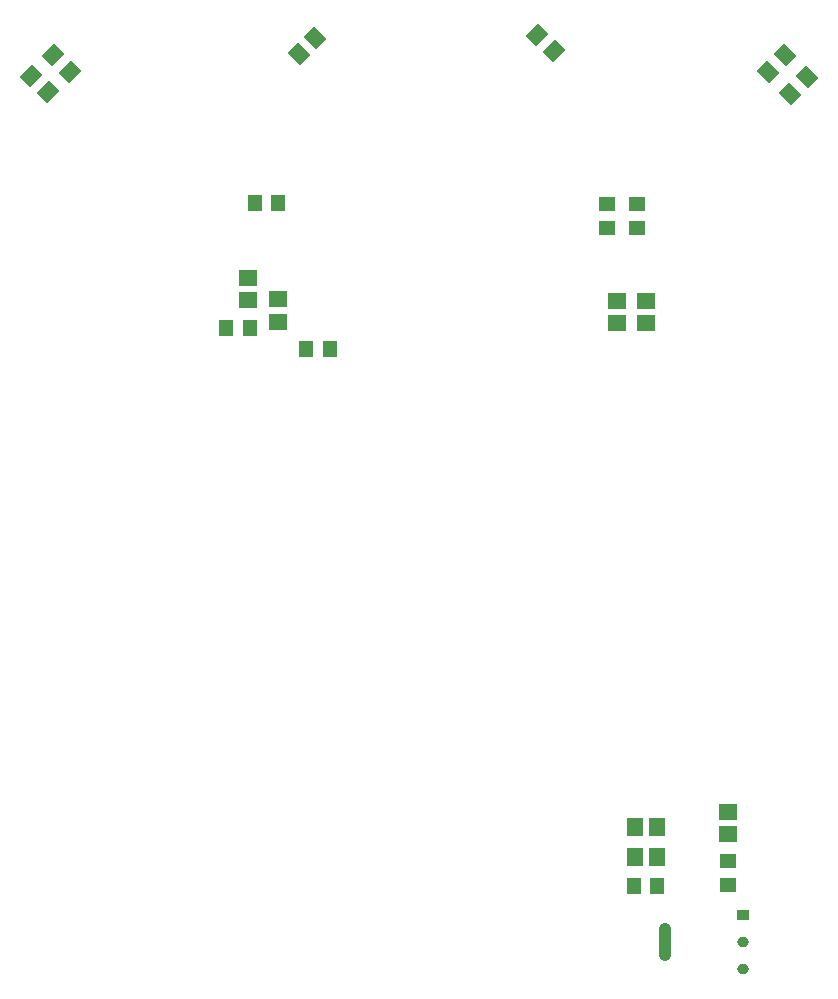
<source format=gbr>
G04*
G04 #@! TF.GenerationSoftware,Altium Limited,Altium Designer,26.2.0 (7)*
G04*
G04 Layer_Color=128*
%FSTAX25Y25*%
%MOIN*%
G70*
G04*
G04 #@! TF.SameCoordinates,DDC7E0C6-02D7-4959-A8D0-6A7BEAAAFFDF*
G04*
G04*
G04 #@! TF.FilePolarity,Positive*
G04*
G01*
G75*
%ADD18R,0.05906X0.05512*%
%ADD19R,0.04724X0.05709*%
%ADD21R,0.05709X0.04724*%
%ADD23R,0.05512X0.05906*%
G04:AMPARAMS|DCode=74|XSize=57.09mil|YSize=47.24mil|CornerRadius=0mil|HoleSize=0mil|Usage=FLASHONLY|Rotation=135.000|XOffset=0mil|YOffset=0mil|HoleType=Round|Shape=Rectangle|*
%AMROTATEDRECTD74*
4,1,4,0.03689,-0.00348,0.00348,-0.03689,-0.03689,0.00348,-0.00348,0.03689,0.03689,-0.00348,0.0*
%
%ADD74ROTATEDRECTD74*%

G04:AMPARAMS|DCode=75|XSize=57.09mil|YSize=47.24mil|CornerRadius=0mil|HoleSize=0mil|Usage=FLASHONLY|Rotation=45.000|XOffset=0mil|YOffset=0mil|HoleType=Round|Shape=Rectangle|*
%AMROTATEDRECTD75*
4,1,4,-0.00348,-0.03689,-0.03689,-0.00348,0.00348,0.03689,0.03689,0.00348,-0.00348,-0.03689,0.0*
%
%ADD75ROTATEDRECTD75*%

G04:AMPARAMS|DCode=76|XSize=39.54mil|YSize=125.28mil|CornerRadius=17.2mil|HoleSize=0mil|Usage=FLASHONLY|Rotation=180.000|XOffset=0mil|YOffset=0mil|HoleType=Round|Shape=RoundedRectangle|*
%AMROUNDEDRECTD76*
21,1,0.03954,0.09088,0,0,180.0*
21,1,0.00514,0.12528,0,0,180.0*
1,1,0.03440,-0.00257,0.04544*
1,1,0.03440,0.00257,0.04544*
1,1,0.03440,0.00257,-0.04544*
1,1,0.03440,-0.00257,-0.04544*
%
%ADD76ROUNDEDRECTD76*%
G04:AMPARAMS|DCode=77|XSize=39.54mil|YSize=34.34mil|CornerRadius=17.17mil|HoleSize=0mil|Usage=FLASHONLY|Rotation=180.000|XOffset=0mil|YOffset=0mil|HoleType=Round|Shape=RoundedRectangle|*
%AMROUNDEDRECTD77*
21,1,0.03954,0.00000,0,0,180.0*
21,1,0.00520,0.03434,0,0,180.0*
1,1,0.03434,-0.00260,0.00000*
1,1,0.03434,0.00260,0.00000*
1,1,0.03434,0.00260,0.00000*
1,1,0.03434,-0.00260,0.00000*
%
%ADD77ROUNDEDRECTD77*%
%ADD78R,0.03954X0.03434*%
D18*
X-0059055Y009154D02*
D03*
Y008406D02*
D03*
X0101168Y-0093997D02*
D03*
Y-0086516D02*
D03*
X-0048968Y0084325D02*
D03*
Y0076845D02*
D03*
X0063994Y0076246D02*
D03*
Y0083726D02*
D03*
X0073782Y0083724D02*
D03*
Y0076243D02*
D03*
D19*
X-003168Y0067844D02*
D03*
X-0039554D02*
D03*
X-0048812Y0116542D02*
D03*
X-0056686D02*
D03*
X-0058298Y0074571D02*
D03*
X-0066172D02*
D03*
X0069615Y-011138D02*
D03*
X0077489D02*
D03*
D21*
X0070698Y0108132D02*
D03*
Y0116006D02*
D03*
X0060857Y0108163D02*
D03*
Y0116037D02*
D03*
X0101173Y-0110943D02*
D03*
Y-0103069D02*
D03*
D23*
X0077412Y-0091563D02*
D03*
X0069932D02*
D03*
X0077445Y-0101585D02*
D03*
X0069964D02*
D03*
D74*
X-0042057Y0165958D02*
D03*
X-003649Y0171526D02*
D03*
X0114538Y0160052D02*
D03*
X0120106Y0165619D02*
D03*
X01218Y0152878D02*
D03*
X0127368Y0158446D02*
D03*
D75*
X0037439Y0172512D02*
D03*
X0043007Y0166944D02*
D03*
X-0118401Y0160188D02*
D03*
X-0123969Y0165755D02*
D03*
X-0131283Y0158861D02*
D03*
X-0125715Y0153293D02*
D03*
D76*
X0080067Y-0130024D02*
D03*
D77*
X0106012Y-0139039D02*
D03*
Y-0130024D02*
D03*
D78*
Y-0121008D02*
D03*
M02*

</source>
